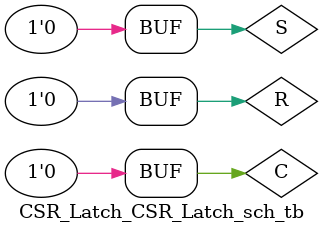
<source format=v>

`timescale 1ns / 1ps

module CSR_Latch_CSR_Latch_sch_tb();

// Inputs
   reg C;
   reg S;
   reg R;

// Output
   wire Qbar;
   wire Q;

// Bidirs

// Instantiate the UUT
   CSR_Latch UUT (
		.Qbar(Qbar), 
		.Q(Q), 
		.C(C), 
		.S(S), 
		.R(R)
   );
// Initialize Inputs
	initial begin
		C = 0;
		S = 0;
		R = 0;
		
		#50 S = 1;
		#50 C = 1;
		#50 S = 0;
		#20 R = 1;
		#40 R = 0;
		#50 S = 1;
		#50 C = 0;
		#20 S = 0;
	end
endmodule

</source>
